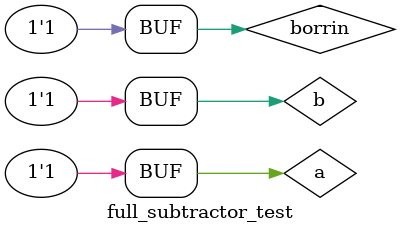
<source format=v>
module full_subtractor_test;
reg a, b, borrin;
wire diff, borrout;
	full_subtractor f1(a, b, borrin, diff, borrout);
	initial begin
		borrin = 0;
			 a = 0; b = 0;
		#10 a = 0; b = 1;
		#10 a = 1; b = 0;
		#10 a = 1; b = 1;
		#10;
		borrin = 1;
		    a = 0; b = 0;
		#10 a = 0; b = 1;
		#10 a = 1; b = 0;
		#10 a = 1; b = 1;
	end
endmodule

</source>
